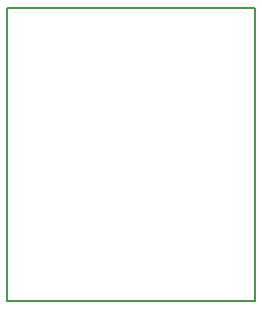
<source format=gko>
G04 (created by PCBNEW (2013-mar-25)-stable) date Monday, September 30, 2013 05:41:20 PM*
%MOIN*%
G04 Gerber Fmt 3.4, Leading zero omitted, Abs format*
%FSLAX34Y34*%
G01*
G70*
G90*
G04 APERTURE LIST*
%ADD10C,0.006*%
%ADD11C,0.00590551*%
G04 APERTURE END LIST*
G54D10*
G54D11*
X48750Y-29500D02*
X48750Y-19750D01*
X57000Y-29500D02*
X48750Y-29500D01*
X57000Y-19750D02*
X57000Y-29500D01*
X48750Y-19750D02*
X57000Y-19750D01*
M02*

</source>
